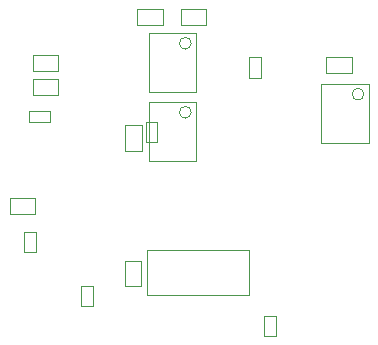
<source format=gbr>
G04 Layer_Color=16711935*
%FSLAX45Y45*%
%MOMM*%
%TF.FileFunction,Other,Mechanical_13*%
%TF.Part,Single*%
G01*
G75*
%TA.AperFunction,NonConductor*%
%ADD34C,0.10000*%
D34*
X-945998Y1963400D02*
G03*
X-945998Y1963400I-50000J0D01*
G01*
X516400Y1531598D02*
G03*
X516400Y1531598I-50000J0D01*
G01*
X-945998Y1379200D02*
G03*
X-945998Y1379200I-50000J0D01*
G01*
X-1305997Y1553398D02*
X-905998D01*
X-1305997Y2053402D02*
X-905998D01*
X-1305997Y1553398D02*
Y2053402D01*
X-905998Y1553398D02*
Y2053402D01*
X556402Y1121598D02*
Y1621602D01*
X156403Y1121598D02*
Y1621602D01*
X556402D01*
X156403Y1121598D02*
X556402D01*
X-231902Y-516799D02*
Y-346801D01*
X-326898Y-516799D02*
Y-346801D01*
X-231902D01*
X-326898Y-516799D02*
X-231902D01*
X-1305997Y969198D02*
X-905998D01*
X-1305997Y1469202D02*
X-905998D01*
X-1305997Y969198D02*
Y1469202D01*
X-905998Y969198D02*
Y1469202D01*
X-1506098Y1055004D02*
Y1270000D01*
X-1366098Y1055004D02*
Y1270000D01*
X-1506098Y1055004D02*
X-1366098D01*
X-1506098Y1270000D02*
X-1366098D01*
X-1236198Y1125804D02*
Y1300800D01*
X-1331199Y1125804D02*
Y1300800D01*
X-1236198D01*
X-1331199Y1125804D02*
X-1236198D01*
X-2483500Y514198D02*
X-2268499D01*
X-2483500Y654197D02*
X-2268499D01*
X-2483500Y514198D02*
Y654197D01*
X-2268499Y514198D02*
Y654197D01*
X-457200Y-165100D02*
Y215900D01*
X-1320800Y-165100D02*
Y215900D01*
Y-165100D02*
X-457200D01*
X-1320800Y215900D02*
X-457200D01*
X197302Y1847997D02*
X412303D01*
X197302Y1707998D02*
X412303D01*
Y1847997D01*
X197302Y1707998D02*
Y1847997D01*
X-1035700Y2114403D02*
X-820699D01*
X-1035700Y2254402D02*
X-820699D01*
X-1035700Y2114403D02*
Y2254402D01*
X-820699Y2114403D02*
Y2254402D01*
X-1402898Y2254397D02*
X-1187902D01*
X-1402898Y2114398D02*
X-1187902D01*
Y2254397D01*
X-1402898Y2114398D02*
Y2254397D01*
X-1370183Y-94798D02*
Y120203D01*
X-1510182Y-94798D02*
Y120203D01*
Y-94798D02*
X-1370183D01*
X-1510182Y120203D02*
X-1370183D01*
X-1876298Y-265293D02*
X-1781302D01*
X-1876298Y-90292D02*
X-1781302D01*
Y-265293D02*
Y-90292D01*
X-1876298Y-265293D02*
Y-90292D01*
X-453898Y1846301D02*
X-358902D01*
X-453898Y1671300D02*
X-358902D01*
X-453898D02*
Y1846301D01*
X-358902Y1671300D02*
Y1846301D01*
X-2358898Y191902D02*
X-2263902D01*
X-2358898Y366898D02*
X-2263902D01*
Y191902D02*
Y366898D01*
X-2358898Y191902D02*
Y366898D01*
X-2316800Y1292499D02*
Y1387495D01*
X-2141804Y1292499D02*
Y1387495D01*
X-2316800Y1292499D02*
X-2141804D01*
X-2316800Y1387495D02*
X-2141804D01*
X-2071004Y1524000D02*
Y1664000D01*
X-2286000Y1524000D02*
Y1664000D01*
X-2071004D01*
X-2286000Y1524000D02*
X-2071004D01*
Y1727200D02*
Y1867200D01*
X-2286000Y1727200D02*
Y1867200D01*
X-2071004D01*
X-2286000Y1727200D02*
X-2071004D01*
%TF.MD5,e3323cc79426d913f6ae8415ee31e227*%
M02*

</source>
